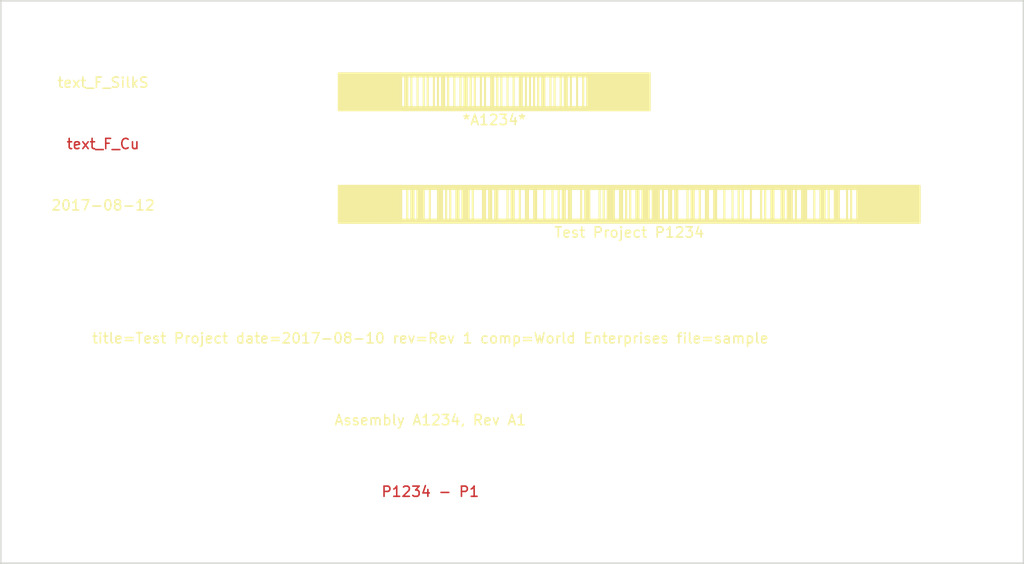
<source format=kicad_pcb>
(kicad_pcb (version 4) (host pcbnew 4.0.6)

  (general
    (links 0)
    (no_connects 0)
    (area 69.924999 79.924999 170.075001 135.075001)
    (thickness 1.6)
    (drawings 4)
    (tracks 0)
    (zones 0)
    (modules 8)
    (nets 1)
  )

  (page A4)
  (layers
    (0 F.Cu signal)
    (31 B.Cu signal)
    (32 B.Adhes user)
    (33 F.Adhes user)
    (34 B.Paste user)
    (35 F.Paste user)
    (36 B.SilkS user)
    (37 F.SilkS user)
    (38 B.Mask user)
    (39 F.Mask user)
    (40 Dwgs.User user)
    (41 Cmts.User user)
    (42 Eco1.User user)
    (43 Eco2.User user)
    (44 Edge.Cuts user)
    (45 Margin user)
    (46 B.CrtYd user)
    (47 F.CrtYd user)
    (48 B.Fab user)
    (49 F.Fab user)
  )

  (setup
    (last_trace_width 0.25)
    (trace_clearance 0.2)
    (zone_clearance 0.508)
    (zone_45_only no)
    (trace_min 0.2)
    (segment_width 0.2)
    (edge_width 0.15)
    (via_size 0.6)
    (via_drill 0.4)
    (via_min_size 0.4)
    (via_min_drill 0.3)
    (uvia_size 0.3)
    (uvia_drill 0.1)
    (uvias_allowed no)
    (uvia_min_size 0.2)
    (uvia_min_drill 0.1)
    (pcb_text_width 0.3)
    (pcb_text_size 1.5 1.5)
    (mod_edge_width 0.15)
    (mod_text_size 1 1)
    (mod_text_width 0.15)
    (pad_size 1.524 1.524)
    (pad_drill 0.762)
    (pad_to_mask_clearance 0.2)
    (aux_axis_origin 0 0)
    (visible_elements FFFFFFFF)
    (pcbplotparams
      (layerselection 0x00030_80000001)
      (usegerberextensions false)
      (excludeedgelayer true)
      (linewidth 0.150000)
      (plotframeref false)
      (viasonmask false)
      (mode 1)
      (useauxorigin false)
      (hpglpennumber 1)
      (hpglpenspeed 20)
      (hpglpendiameter 15)
      (hpglpenoverlay 2)
      (psnegative false)
      (psa4output false)
      (plotreference true)
      (plotvalue true)
      (plotinvisibletext false)
      (padsonsilk false)
      (subtractmaskfromsilk false)
      (outputformat 1)
      (mirror false)
      (drillshape 1)
      (scaleselection 1)
      (outputdirectory ""))
  )

  (net 0 "")

  (net_class Default "This is the default net class."
    (clearance 0.2)
    (trace_width 0.25)
    (via_dia 0.6)
    (via_drill 0.4)
    (uvia_dia 0.3)
    (uvia_drill 0.1)
  )

  (module autotext:text_F_SilkS (layer F.Cu) (tedit 598C8221) (tstamp 598F5778)
    (at 80 88)
    (path /598F5935)
    (fp_text reference M1 (at 0 -1.905) (layer F.SilkS) hide
      (effects (font (size 1 1) (thickness 0.15)))
    )
    (fp_text value text_F_SilkS (at 0 0) (layer F.SilkS)
      (effects (font (size 1 1) (thickness 0.15)))
    )
  )

  (module autotext:text_auto (layer F.Cu) (tedit 598B0D24) (tstamp 598F577C)
    (at 112 113)
    (path /598F5A25)
    (fp_text reference M2 (at 0 -3) (layer F.SilkS) hide
      (effects (font (size 1 1) (thickness 0.15)))
    )
    (fp_text value "title=%T date=%D rev=%R comp=%Y file=%F" (at 0 -1.27) (layer F.SilkS) hide
      (effects (font (size 1 1) (thickness 0.15)))
    )
    (fp_line (start 0 0.635) (end 0 -0.635) (layer F.Fab) (width 0.15))
    (fp_line (start -0.635 0) (end 0.635 0) (layer F.Fab) (width 0.15))
    (fp_text user "title=Test Project date=2017-08-10 rev=Rev 1 comp=World Enterprises file=sample" (at 0 0) (layer F.SilkS)
      (effects (font (size 1 1) (thickness 0.15)))
    )
  )

  (module autotext:auto_barcode39 (layer F.Cu) (tedit 598F4C7E) (tstamp 598F5780)
    (at 103 87)
    (path /598F5B01)
    (fp_text reference M3 (at 0 -3) (layer F.SilkS) hide
      (effects (font (size 1 1) (thickness 0.15)))
    )
    (fp_text value %AsyPN (at 0 -1) (layer F.SilkS) hide
      (effects (font (size 1 1) (thickness 0.15)))
    )
    (fp_line (start 0.5 0) (end 0 0) (layer F.Fab) (width 0.15))
    (fp_line (start 0 0) (end 0 0.5) (layer F.Fab) (width 0.15))
    (fp_line (start 6.55 0.4) (end 6.55 3.4) (layer F.SilkS) (width 0.2))
    (fp_line (start 6.649999 0.4) (end 6.649999 3.4) (layer F.SilkS) (width 0.2))
    (fp_line (start 6.75 0.4) (end 6.75 3.4) (layer F.SilkS) (width 0.2))
    (fp_line (start 7.15 0.4) (end 7.15 3.4) (layer F.SilkS) (width 0.2))
    (fp_line (start 7.75 0.4) (end 7.75 3.4) (layer F.SilkS) (width 0.2))
    (fp_line (start 8.35 0.4) (end 8.35 3.4) (layer F.SilkS) (width 0.2))
    (fp_line (start 8.75 0.4) (end 8.75 3.4) (layer F.SilkS) (width 0.2))
    (fp_line (start 9.35 0.4) (end 9.35 3.4) (layer F.SilkS) (width 0.2))
    (fp_line (start 9.749999 0.4) (end 9.749999 3.4) (layer F.SilkS) (width 0.2))
    (fp_line (start 10.149999 0.4) (end 10.149999 3.4) (layer F.SilkS) (width 0.2))
    (fp_line (start 10.249999 0.4) (end 10.249999 3.4) (layer F.SilkS) (width 0.2))
    (fp_line (start 10.349999 0.4) (end 10.349999 3.4) (layer F.SilkS) (width 0.2))
    (fp_line (start 10.749999 0.4) (end 10.749999 3.4) (layer F.SilkS) (width 0.2))
    (fp_line (start 11.349999 0.4) (end 11.349999 3.4) (layer F.SilkS) (width 0.2))
    (fp_line (start 11.949999 0.4) (end 11.949999 3.4) (layer F.SilkS) (width 0.2))
    (fp_line (start 12.349999 0.4) (end 12.349999 3.4) (layer F.SilkS) (width 0.2))
    (fp_line (start 12.449999 0.4) (end 12.449999 3.4) (layer F.SilkS) (width 0.2))
    (fp_line (start 12.549999 0.4) (end 12.549999 3.4) (layer F.SilkS) (width 0.2))
    (fp_line (start 12.949999 0.4) (end 12.949999 3.4) (layer F.SilkS) (width 0.2))
    (fp_line (start 13.349999 0.4) (end 13.349999 3.4) (layer F.SilkS) (width 0.2))
    (fp_line (start 13.949999 0.4) (end 13.949999 3.4) (layer F.SilkS) (width 0.2))
    (fp_line (start 14.349999 0.4) (end 14.349999 3.4) (layer F.SilkS) (width 0.2))
    (fp_line (start 14.949999 0.4) (end 14.949999 3.4) (layer F.SilkS) (width 0.2))
    (fp_line (start 15.049999 0.4) (end 15.049999 3.4) (layer F.SilkS) (width 0.2))
    (fp_line (start 15.149999 0.4) (end 15.149999 3.4) (layer F.SilkS) (width 0.2))
    (fp_line (start 15.549999 0.4) (end 15.549999 3.4) (layer F.SilkS) (width 0.2))
    (fp_line (start 15.949999 0.4) (end 15.949999 3.4) (layer F.SilkS) (width 0.2))
    (fp_line (start 16.549999 0.4) (end 16.549999 3.4) (layer F.SilkS) (width 0.2))
    (fp_line (start 17.149999 0.4) (end 17.149999 3.4) (layer F.SilkS) (width 0.2))
    (fp_line (start 17.749999 0.4) (end 17.749999 3.4) (layer F.SilkS) (width 0.2))
    (fp_line (start 17.849999 0.4) (end 17.849999 3.4) (layer F.SilkS) (width 0.2))
    (fp_line (start 17.949999 0.4) (end 17.949999 3.4) (layer F.SilkS) (width 0.2))
    (fp_line (start 18.349999 0.4) (end 18.349999 3.4) (layer F.SilkS) (width 0.2))
    (fp_line (start 18.749999 0.4) (end 18.749999 3.4) (layer F.SilkS) (width 0.2))
    (fp_line (start 19.149999 0.4) (end 19.149999 3.4) (layer F.SilkS) (width 0.2))
    (fp_line (start 19.549999 0.4) (end 19.549999 3.4) (layer F.SilkS) (width 0.2))
    (fp_line (start 19.949999 0.4) (end 19.949999 3.4) (layer F.SilkS) (width 0.2))
    (fp_line (start 20.049999 0.4) (end 20.049999 3.4) (layer F.SilkS) (width 0.2))
    (fp_line (start 20.149999 0.4) (end 20.149999 3.4) (layer F.SilkS) (width 0.2))
    (fp_line (start 20.749999 0.4) (end 20.749999 3.4) (layer F.SilkS) (width 0.2))
    (fp_line (start 21.149999 0.4) (end 21.149999 3.4) (layer F.SilkS) (width 0.2))
    (fp_line (start 21.749999 0.4) (end 21.749999 3.4) (layer F.SilkS) (width 0.2))
    (fp_line (start 22.149999 0.4) (end 22.149999 3.4) (layer F.SilkS) (width 0.2))
    (fp_line (start 22.249999 0.4) (end 22.249999 3.4) (layer F.SilkS) (width 0.2))
    (fp_line (start 22.349999 0.4) (end 22.349999 3.4) (layer F.SilkS) (width 0.2))
    (fp_line (start 22.749999 0.4) (end 22.749999 3.4) (layer F.SilkS) (width 0.2))
    (fp_line (start 23.349999 0.4) (end 23.349999 3.4) (layer F.SilkS) (width 0.2))
    (fp_line (start 23.949999 0.4) (end 23.949999 3.4) (layer F.SilkS) (width 0.2))
    (fp_line (start 6.149999 0.1) (end 6.149999 3.699999) (layer F.SilkS) (width 0.2))
    (fp_line (start 24.349999 0.1) (end 24.349999 3.699999) (layer F.SilkS) (width 0.2))
    (fp_line (start 6.05 0.1) (end 6.05 3.699999) (layer F.SilkS) (width 0.2))
    (fp_line (start 24.449999 0.1) (end 24.449999 3.699999) (layer F.SilkS) (width 0.2))
    (fp_line (start 5.949999 0.1) (end 5.949999 3.699999) (layer F.SilkS) (width 0.2))
    (fp_line (start 24.549999 0.1) (end 24.549999 3.699999) (layer F.SilkS) (width 0.2))
    (fp_line (start 5.85 0.1) (end 5.85 3.699999) (layer F.SilkS) (width 0.2))
    (fp_line (start 24.649999 0.1) (end 24.649999 3.699999) (layer F.SilkS) (width 0.2))
    (fp_line (start 5.75 0.1) (end 5.75 3.699999) (layer F.SilkS) (width 0.2))
    (fp_line (start 24.749999 0.1) (end 24.749999 3.699999) (layer F.SilkS) (width 0.2))
    (fp_line (start 5.649999 0.1) (end 5.649999 3.699999) (layer F.SilkS) (width 0.2))
    (fp_line (start 24.849999 0.1) (end 24.849999 3.699999) (layer F.SilkS) (width 0.2))
    (fp_line (start 5.55 0.1) (end 5.55 3.699999) (layer F.SilkS) (width 0.2))
    (fp_line (start 24.949999 0.1) (end 24.949999 3.699999) (layer F.SilkS) (width 0.2))
    (fp_line (start 5.449999 0.1) (end 5.449999 3.699999) (layer F.SilkS) (width 0.2))
    (fp_line (start 25.049999 0.1) (end 25.049999 3.699999) (layer F.SilkS) (width 0.2))
    (fp_line (start 5.35 0.1) (end 5.35 3.699999) (layer F.SilkS) (width 0.2))
    (fp_line (start 25.149999 0.1) (end 25.149999 3.699999) (layer F.SilkS) (width 0.2))
    (fp_line (start 5.25 0.1) (end 5.25 3.699999) (layer F.SilkS) (width 0.2))
    (fp_line (start 25.249999 0.1) (end 25.249999 3.699999) (layer F.SilkS) (width 0.2))
    (fp_line (start 5.149999 0.1) (end 5.149999 3.699999) (layer F.SilkS) (width 0.2))
    (fp_line (start 25.349999 0.1) (end 25.349999 3.699999) (layer F.SilkS) (width 0.2))
    (fp_line (start 5.05 0.1) (end 5.05 3.699999) (layer F.SilkS) (width 0.2))
    (fp_line (start 25.449999 0.1) (end 25.449999 3.699999) (layer F.SilkS) (width 0.2))
    (fp_line (start 4.949999 0.1) (end 4.949999 3.699999) (layer F.SilkS) (width 0.2))
    (fp_line (start 25.549999 0.1) (end 25.549999 3.699999) (layer F.SilkS) (width 0.2))
    (fp_line (start 4.85 0.1) (end 4.85 3.699999) (layer F.SilkS) (width 0.2))
    (fp_line (start 25.649999 0.1) (end 25.649999 3.699999) (layer F.SilkS) (width 0.2))
    (fp_line (start 4.75 0.1) (end 4.75 3.699999) (layer F.SilkS) (width 0.2))
    (fp_line (start 25.749999 0.1) (end 25.749999 3.699999) (layer F.SilkS) (width 0.2))
    (fp_line (start 4.649999 0.1) (end 4.649999 3.699999) (layer F.SilkS) (width 0.2))
    (fp_line (start 25.849999 0.1) (end 25.849999 3.699999) (layer F.SilkS) (width 0.2))
    (fp_line (start 4.549999 0.1) (end 4.549999 3.699999) (layer F.SilkS) (width 0.2))
    (fp_line (start 25.949999 0.1) (end 25.949999 3.699999) (layer F.SilkS) (width 0.2))
    (fp_line (start 4.449999 0.1) (end 4.449999 3.699999) (layer F.SilkS) (width 0.2))
    (fp_line (start 26.049999 0.1) (end 26.049999 3.699999) (layer F.SilkS) (width 0.2))
    (fp_line (start 4.35 0.1) (end 4.35 3.699999) (layer F.SilkS) (width 0.2))
    (fp_line (start 26.149999 0.1) (end 26.149999 3.699999) (layer F.SilkS) (width 0.2))
    (fp_line (start 4.249999 0.1) (end 4.249999 3.699999) (layer F.SilkS) (width 0.2))
    (fp_line (start 26.249999 0.1) (end 26.249999 3.699999) (layer F.SilkS) (width 0.2))
    (fp_line (start 4.149999 0.1) (end 4.149999 3.699999) (layer F.SilkS) (width 0.2))
    (fp_line (start 26.349999 0.1) (end 26.349999 3.699999) (layer F.SilkS) (width 0.2))
    (fp_line (start 4.049999 0.1) (end 4.049999 3.699999) (layer F.SilkS) (width 0.2))
    (fp_line (start 26.449999 0.1) (end 26.449999 3.699999) (layer F.SilkS) (width 0.2))
    (fp_line (start 3.949999 0.1) (end 3.949999 3.699999) (layer F.SilkS) (width 0.2))
    (fp_line (start 26.549999 0.1) (end 26.549999 3.699999) (layer F.SilkS) (width 0.2))
    (fp_line (start 3.849999 0.1) (end 3.849999 3.699999) (layer F.SilkS) (width 0.2))
    (fp_line (start 26.649999 0.1) (end 26.649999 3.699999) (layer F.SilkS) (width 0.2))
    (fp_line (start 3.749999 0.1) (end 3.749999 3.699999) (layer F.SilkS) (width 0.2))
    (fp_line (start 26.749999 0.1) (end 26.749999 3.699999) (layer F.SilkS) (width 0.2))
    (fp_line (start 3.649999 0.1) (end 3.649999 3.699999) (layer F.SilkS) (width 0.2))
    (fp_line (start 26.849999 0.1) (end 26.849999 3.699999) (layer F.SilkS) (width 0.2))
    (fp_line (start 3.549999 0.1) (end 3.549999 3.699999) (layer F.SilkS) (width 0.2))
    (fp_line (start 26.949999 0.1) (end 26.949999 3.699999) (layer F.SilkS) (width 0.2))
    (fp_line (start 3.449999 0.1) (end 3.449999 3.699999) (layer F.SilkS) (width 0.2))
    (fp_line (start 27.049999 0.1) (end 27.049999 3.699999) (layer F.SilkS) (width 0.2))
    (fp_line (start 3.349999 0.1) (end 3.349999 3.699999) (layer F.SilkS) (width 0.2))
    (fp_line (start 27.149999 0.1) (end 27.149999 3.699999) (layer F.SilkS) (width 0.2))
    (fp_line (start 3.249999 0.1) (end 3.249999 3.699999) (layer F.SilkS) (width 0.2))
    (fp_line (start 27.249999 0.1) (end 27.249999 3.699999) (layer F.SilkS) (width 0.2))
    (fp_line (start 3.149999 0.1) (end 3.149999 3.699999) (layer F.SilkS) (width 0.2))
    (fp_line (start 27.349999 0.1) (end 27.349999 3.699999) (layer F.SilkS) (width 0.2))
    (fp_line (start 3.049999 0.1) (end 3.049999 3.699999) (layer F.SilkS) (width 0.2))
    (fp_line (start 27.449999 0.1) (end 27.449999 3.699999) (layer F.SilkS) (width 0.2))
    (fp_line (start 2.949999 0.1) (end 2.949999 3.699999) (layer F.SilkS) (width 0.2))
    (fp_line (start 27.549999 0.1) (end 27.549999 3.699999) (layer F.SilkS) (width 0.2))
    (fp_line (start 2.849999 0.1) (end 2.849999 3.699999) (layer F.SilkS) (width 0.2))
    (fp_line (start 27.649999 0.1) (end 27.649999 3.699999) (layer F.SilkS) (width 0.2))
    (fp_line (start 2.749999 0.1) (end 2.749999 3.699999) (layer F.SilkS) (width 0.2))
    (fp_line (start 27.749999 0.1) (end 27.749999 3.699999) (layer F.SilkS) (width 0.2))
    (fp_line (start 2.649999 0.1) (end 2.649999 3.699999) (layer F.SilkS) (width 0.2))
    (fp_line (start 27.849999 0.1) (end 27.849999 3.699999) (layer F.SilkS) (width 0.2))
    (fp_line (start 2.549999 0.1) (end 2.549999 3.699999) (layer F.SilkS) (width 0.2))
    (fp_line (start 27.949999 0.1) (end 27.949999 3.699999) (layer F.SilkS) (width 0.2))
    (fp_line (start 2.449999 0.1) (end 2.449999 3.699999) (layer F.SilkS) (width 0.2))
    (fp_line (start 28.049999 0.1) (end 28.049999 3.699999) (layer F.SilkS) (width 0.2))
    (fp_line (start 2.349999 0.1) (end 2.349999 3.699999) (layer F.SilkS) (width 0.2))
    (fp_line (start 28.149999 0.1) (end 28.149999 3.699999) (layer F.SilkS) (width 0.2))
    (fp_line (start 2.249999 0.1) (end 2.249999 3.699999) (layer F.SilkS) (width 0.2))
    (fp_line (start 28.249999 0.1) (end 28.249999 3.699999) (layer F.SilkS) (width 0.2))
    (fp_line (start 2.149999 0.1) (end 2.149999 3.699999) (layer F.SilkS) (width 0.2))
    (fp_line (start 28.349999 0.1) (end 28.349999 3.699999) (layer F.SilkS) (width 0.2))
    (fp_line (start 2.049999 0.1) (end 2.049999 3.699999) (layer F.SilkS) (width 0.2))
    (fp_line (start 28.449999 0.1) (end 28.449999 3.699999) (layer F.SilkS) (width 0.2))
    (fp_line (start 1.949999 0.1) (end 1.949999 3.699999) (layer F.SilkS) (width 0.2))
    (fp_line (start 28.549999 0.1) (end 28.549999 3.699999) (layer F.SilkS) (width 0.2))
    (fp_line (start 1.849999 0.1) (end 1.849999 3.699999) (layer F.SilkS) (width 0.2))
    (fp_line (start 28.649999 0.1) (end 28.649999 3.699999) (layer F.SilkS) (width 0.2))
    (fp_line (start 1.749999 0.1) (end 1.749999 3.699999) (layer F.SilkS) (width 0.2))
    (fp_line (start 28.749999 0.1) (end 28.749999 3.699999) (layer F.SilkS) (width 0.2))
    (fp_line (start 1.649999 0.1) (end 1.649999 3.699999) (layer F.SilkS) (width 0.2))
    (fp_line (start 28.849999 0.1) (end 28.849999 3.699999) (layer F.SilkS) (width 0.2))
    (fp_line (start 1.549999 0.1) (end 1.549999 3.699999) (layer F.SilkS) (width 0.2))
    (fp_line (start 28.949999 0.1) (end 28.949999 3.699999) (layer F.SilkS) (width 0.2))
    (fp_line (start 1.45 0.1) (end 1.45 3.699999) (layer F.SilkS) (width 0.2))
    (fp_line (start 29.049999 0.1) (end 29.049999 3.699999) (layer F.SilkS) (width 0.2))
    (fp_line (start 1.35 0.1) (end 1.35 3.699999) (layer F.SilkS) (width 0.2))
    (fp_line (start 29.149999 0.1) (end 29.149999 3.699999) (layer F.SilkS) (width 0.2))
    (fp_line (start 1.25 0.1) (end 1.25 3.699999) (layer F.SilkS) (width 0.2))
    (fp_line (start 29.249999 0.1) (end 29.249999 3.699999) (layer F.SilkS) (width 0.2))
    (fp_line (start 1.15 0.1) (end 1.15 3.699999) (layer F.SilkS) (width 0.2))
    (fp_line (start 29.349999 0.1) (end 29.349999 3.699999) (layer F.SilkS) (width 0.2))
    (fp_line (start 1.05 0.1) (end 1.05 3.699999) (layer F.SilkS) (width 0.2))
    (fp_line (start 29.449999 0.1) (end 29.449999 3.699999) (layer F.SilkS) (width 0.2))
    (fp_line (start 0.95 0.1) (end 0.95 3.699999) (layer F.SilkS) (width 0.2))
    (fp_line (start 29.549999 0.1) (end 29.549999 3.699999) (layer F.SilkS) (width 0.2))
    (fp_line (start 0.85 0.1) (end 0.85 3.699999) (layer F.SilkS) (width 0.2))
    (fp_line (start 29.649999 0.1) (end 29.649999 3.699999) (layer F.SilkS) (width 0.2))
    (fp_line (start 0.75 0.1) (end 0.75 3.699999) (layer F.SilkS) (width 0.2))
    (fp_line (start 29.749999 0.1) (end 29.749999 3.699999) (layer F.SilkS) (width 0.2))
    (fp_line (start 0.65 0.1) (end 0.65 3.699999) (layer F.SilkS) (width 0.2))
    (fp_line (start 29.849999 0.1) (end 29.849999 3.699999) (layer F.SilkS) (width 0.2))
    (fp_line (start 0.55 0.1) (end 0.55 3.699999) (layer F.SilkS) (width 0.2))
    (fp_line (start 29.949999 0.1) (end 29.949999 3.699999) (layer F.SilkS) (width 0.2))
    (fp_line (start 0.45 0.1) (end 0.45 3.699999) (layer F.SilkS) (width 0.2))
    (fp_line (start 30.049999 0.1) (end 30.049999 3.699999) (layer F.SilkS) (width 0.2))
    (fp_line (start 0.35 0.1) (end 0.35 3.699999) (layer F.SilkS) (width 0.2))
    (fp_line (start 30.149999 0.1) (end 30.149999 3.699999) (layer F.SilkS) (width 0.2))
    (fp_line (start 0.25 0.1) (end 0.25 3.699999) (layer F.SilkS) (width 0.2))
    (fp_line (start 30.249999 0.1) (end 30.249999 3.699999) (layer F.SilkS) (width 0.2))
    (fp_line (start 0.15 0.1) (end 0.15 3.699999) (layer F.SilkS) (width 0.2))
    (fp_line (start 30.349999 0.1) (end 30.349999 3.699999) (layer F.SilkS) (width 0.2))
    (fp_line (start 0.05 0.1) (end 0.05 3.699999) (layer F.SilkS) (width 0.2))
    (fp_line (start 30.449999 0.1) (end 30.449999 3.699999) (layer F.SilkS) (width 0.2))
    (fp_line (start 0.1 0.4) (end 30.399999 0.4) (layer F.SilkS) (width 0.2))
    (fp_line (start 0.1 3.4) (end 30.399999 3.4) (layer F.SilkS) (width 0.2))
    (fp_line (start 0.1 0.3) (end 30.399999 0.3) (layer F.SilkS) (width 0.2))
    (fp_line (start 0.1 3.5) (end 30.399999 3.5) (layer F.SilkS) (width 0.2))
    (fp_line (start 0.1 0.2) (end 30.399999 0.2) (layer F.SilkS) (width 0.2))
    (fp_line (start 0.1 3.6) (end 30.399999 3.6) (layer F.SilkS) (width 0.2))
    (fp_line (start 0.1 0.099999) (end 30.399999 0.099999) (layer F.SilkS) (width 0.2))
    (fp_line (start 0.1 3.7) (end 30.399999 3.7) (layer F.SilkS) (width 0.2))
    (fp_text user *A1234* (at 15.249999 4.65) (layer F.SilkS)
      (effects (font (size 1 1) (thickness 0.15)))
    )
    (fp_line (start 0 0) (end 30.499999 0) (layer F.CrtYd) (width 0.05))
    (fp_line (start 30.499999 0) (end 30.499999 5.4) (layer F.CrtYd) (width 0.05))
    (fp_line (start 30.499999 5.4) (end 0 5.4) (layer F.CrtYd) (width 0.05))
    (fp_line (start 0 5.4) (end 0 0) (layer F.CrtYd) (width 0.05))
  )

  (module autotext:text_F_Cu (layer F.Cu) (tedit 598C81F3) (tstamp 598F5784)
    (at 80 94)
    (path /598F59A4)
    (fp_text reference M4 (at 0 -1.905) (layer F.SilkS) hide
      (effects (font (size 1 1) (thickness 0.15)))
    )
    (fp_text value text_F_Cu (at 0 0) (layer F.Cu)
      (effects (font (size 1 1) (thickness 0.15)))
    )
  )

  (module autotext:text_auto (layer F.Cu) (tedit 598B0D24) (tstamp 598F5788)
    (at 112 121)
    (path /598F5A8A)
    (fp_text reference M5 (at 0 -3) (layer F.SilkS) hide
      (effects (font (size 1 1) (thickness 0.15)))
    )
    (fp_text value "Assembly %AsyPN, Rev %AsyRev" (at 0 -1.27) (layer F.SilkS) hide
      (effects (font (size 1 1) (thickness 0.15)))
    )
    (fp_line (start 0 0.635) (end 0 -0.635) (layer F.Fab) (width 0.15))
    (fp_line (start -0.635 0) (end 0.635 0) (layer F.Fab) (width 0.15))
    (fp_text user "Assembly A1234, Rev A1" (at 0 0) (layer F.SilkS)
      (effects (font (size 1 1) (thickness 0.15)))
    )
  )

  (module autotext:auto_barcode128 (layer F.Cu) (tedit 598F4C8E) (tstamp 598F578C)
    (at 103 98)
    (path /598F5C37)
    (fp_text reference M6 (at 0 -3) (layer F.SilkS) hide
      (effects (font (size 1 1) (thickness 0.15)))
    )
    (fp_text value "%T %PCBPN" (at 0 -1) (layer F.SilkS) hide
      (effects (font (size 1 1) (thickness 0.15)))
    )
    (fp_line (start 0.5 0) (end 0 0) (layer F.Fab) (width 0.15))
    (fp_line (start 0 0) (end 0 0.5) (layer F.Fab) (width 0.15))
    (fp_line (start 6.75 0.4) (end 6.75 3.4) (layer F.SilkS) (width 0.2))
    (fp_line (start 7.15 0.4) (end 7.15 3.4) (layer F.SilkS) (width 0.2))
    (fp_line (start 7.25 0.4) (end 7.25 3.4) (layer F.SilkS) (width 0.2))
    (fp_line (start 7.35 0.4) (end 7.35 3.4) (layer F.SilkS) (width 0.2))
    (fp_line (start 7.75 0.4) (end 7.75 3.4) (layer F.SilkS) (width 0.2))
    (fp_line (start 7.85 0.4) (end 7.85 3.4) (layer F.SilkS) (width 0.2))
    (fp_line (start 7.95 0.4) (end 7.95 3.4) (layer F.SilkS) (width 0.2))
    (fp_line (start 8.05 0.4) (end 8.05 3.4) (layer F.SilkS) (width 0.2))
    (fp_line (start 8.15 0.4) (end 8.15 3.4) (layer F.SilkS) (width 0.2))
    (fp_line (start 8.25 0.4) (end 8.25 3.4) (layer F.SilkS) (width 0.2))
    (fp_line (start 8.35 0.4) (end 8.35 3.4) (layer F.SilkS) (width 0.2))
    (fp_line (start 8.95 0.4) (end 8.95 3.4) (layer F.SilkS) (width 0.2))
    (fp_line (start 9.749999 0.4) (end 9.749999 3.4) (layer F.SilkS) (width 0.2))
    (fp_line (start 9.849999 0.4) (end 9.849999 3.4) (layer F.SilkS) (width 0.2))
    (fp_line (start 9.949999 0.4) (end 9.949999 3.4) (layer F.SilkS) (width 0.2))
    (fp_line (start 10.049999 0.4) (end 10.049999 3.4) (layer F.SilkS) (width 0.2))
    (fp_line (start 10.149999 0.4) (end 10.149999 3.4) (layer F.SilkS) (width 0.2))
    (fp_line (start 10.549999 0.4) (end 10.549999 3.4) (layer F.SilkS) (width 0.2))
    (fp_line (start 10.949999 0.4) (end 10.949999 3.4) (layer F.SilkS) (width 0.2))
    (fp_line (start 11.549999 0.4) (end 11.549999 3.4) (layer F.SilkS) (width 0.2))
    (fp_line (start 11.649999 0.4) (end 11.649999 3.4) (layer F.SilkS) (width 0.2))
    (fp_line (start 11.749999 0.4) (end 11.749999 3.4) (layer F.SilkS) (width 0.2))
    (fp_line (start 12.149999 0.4) (end 12.149999 3.4) (layer F.SilkS) (width 0.2))
    (fp_line (start 12.249999 0.4) (end 12.249999 3.4) (layer F.SilkS) (width 0.2))
    (fp_line (start 12.349999 0.4) (end 12.349999 3.4) (layer F.SilkS) (width 0.2))
    (fp_line (start 12.449999 0.4) (end 12.449999 3.4) (layer F.SilkS) (width 0.2))
    (fp_line (start 12.549999 0.4) (end 12.549999 3.4) (layer F.SilkS) (width 0.2))
    (fp_line (start 12.649999 0.4) (end 12.649999 3.4) (layer F.SilkS) (width 0.2))
    (fp_line (start 12.749999 0.4) (end 12.749999 3.4) (layer F.SilkS) (width 0.2))
    (fp_line (start 13.149999 0.4) (end 13.149999 3.4) (layer F.SilkS) (width 0.2))
    (fp_line (start 14.149999 0.4) (end 14.149999 3.4) (layer F.SilkS) (width 0.2))
    (fp_line (start 14.249999 0.4) (end 14.249999 3.4) (layer F.SilkS) (width 0.2))
    (fp_line (start 14.349999 0.4) (end 14.349999 3.4) (layer F.SilkS) (width 0.2))
    (fp_line (start 14.749999 0.4) (end 14.749999 3.4) (layer F.SilkS) (width 0.2))
    (fp_line (start 14.849999 0.4) (end 14.849999 3.4) (layer F.SilkS) (width 0.2))
    (fp_line (start 14.949999 0.4) (end 14.949999 3.4) (layer F.SilkS) (width 0.2))
    (fp_line (start 15.349999 0.4) (end 15.349999 3.4) (layer F.SilkS) (width 0.2))
    (fp_line (start 15.449999 0.4) (end 15.449999 3.4) (layer F.SilkS) (width 0.2))
    (fp_line (start 15.549999 0.4) (end 15.549999 3.4) (layer F.SilkS) (width 0.2))
    (fp_line (start 16.549999 0.4) (end 16.549999 3.4) (layer F.SilkS) (width 0.2))
    (fp_line (start 16.949999 0.4) (end 16.949999 3.4) (layer F.SilkS) (width 0.2))
    (fp_line (start 17.049999 0.4) (end 17.049999 3.4) (layer F.SilkS) (width 0.2))
    (fp_line (start 17.149999 0.4) (end 17.149999 3.4) (layer F.SilkS) (width 0.2))
    (fp_line (start 17.749999 0.4) (end 17.749999 3.4) (layer F.SilkS) (width 0.2))
    (fp_line (start 18.349999 0.4) (end 18.349999 3.4) (layer F.SilkS) (width 0.2))
    (fp_line (start 18.449999 0.4) (end 18.449999 3.4) (layer F.SilkS) (width 0.2))
    (fp_line (start 18.549999 0.4) (end 18.549999 3.4) (layer F.SilkS) (width 0.2))
    (fp_line (start 19.149999 0.4) (end 19.149999 3.4) (layer F.SilkS) (width 0.2))
    (fp_line (start 19.249999 0.4) (end 19.249999 3.4) (layer F.SilkS) (width 0.2))
    (fp_line (start 19.349999 0.4) (end 19.349999 3.4) (layer F.SilkS) (width 0.2))
    (fp_line (start 20.149999 0.4) (end 20.149999 3.4) (layer F.SilkS) (width 0.2))
    (fp_line (start 20.949999 0.4) (end 20.949999 3.4) (layer F.SilkS) (width 0.2))
    (fp_line (start 21.549999 0.4) (end 21.549999 3.4) (layer F.SilkS) (width 0.2))
    (fp_line (start 21.949999 0.4) (end 21.949999 3.4) (layer F.SilkS) (width 0.2))
    (fp_line (start 22.049999 0.4) (end 22.049999 3.4) (layer F.SilkS) (width 0.2))
    (fp_line (start 22.149999 0.4) (end 22.149999 3.4) (layer F.SilkS) (width 0.2))
    (fp_line (start 22.549999 0.4) (end 22.549999 3.4) (layer F.SilkS) (width 0.2))
    (fp_line (start 22.649999 0.4) (end 22.649999 3.4) (layer F.SilkS) (width 0.2))
    (fp_line (start 22.749999 0.4) (end 22.749999 3.4) (layer F.SilkS) (width 0.2))
    (fp_line (start 23.749999 0.4) (end 23.749999 3.4) (layer F.SilkS) (width 0.2))
    (fp_line (start 24.149999 0.4) (end 24.149999 3.4) (layer F.SilkS) (width 0.2))
    (fp_line (start 24.249999 0.4) (end 24.249999 3.4) (layer F.SilkS) (width 0.2))
    (fp_line (start 24.349999 0.4) (end 24.349999 3.4) (layer F.SilkS) (width 0.2))
    (fp_line (start 24.449999 0.4) (end 24.449999 3.4) (layer F.SilkS) (width 0.2))
    (fp_line (start 24.549999 0.4) (end 24.549999 3.4) (layer F.SilkS) (width 0.2))
    (fp_line (start 25.549999 0.4) (end 25.549999 3.4) (layer F.SilkS) (width 0.2))
    (fp_line (start 25.949999 0.4) (end 25.949999 3.4) (layer F.SilkS) (width 0.2))
    (fp_line (start 26.349999 0.4) (end 26.349999 3.4) (layer F.SilkS) (width 0.2))
    (fp_line (start 26.449999 0.4) (end 26.449999 3.4) (layer F.SilkS) (width 0.2))
    (fp_line (start 26.549999 0.4) (end 26.549999 3.4) (layer F.SilkS) (width 0.2))
    (fp_line (start 26.649999 0.4) (end 26.649999 3.4) (layer F.SilkS) (width 0.2))
    (fp_line (start 26.749999 0.4) (end 26.749999 3.4) (layer F.SilkS) (width 0.2))
    (fp_line (start 26.849999 0.4) (end 26.849999 3.4) (layer F.SilkS) (width 0.2))
    (fp_line (start 26.949999 0.4) (end 26.949999 3.4) (layer F.SilkS) (width 0.2))
    (fp_line (start 27.549999 0.4) (end 27.549999 3.4) (layer F.SilkS) (width 0.2))
    (fp_line (start 27.649999 0.4) (end 27.649999 3.4) (layer F.SilkS) (width 0.2))
    (fp_line (start 27.749999 0.4) (end 27.749999 3.4) (layer F.SilkS) (width 0.2))
    (fp_line (start 28.149999 0.4) (end 28.149999 3.4) (layer F.SilkS) (width 0.2))
    (fp_line (start 28.549999 0.4) (end 28.549999 3.4) (layer F.SilkS) (width 0.2))
    (fp_line (start 29.149999 0.4) (end 29.149999 3.4) (layer F.SilkS) (width 0.2))
    (fp_line (start 29.249999 0.4) (end 29.249999 3.4) (layer F.SilkS) (width 0.2))
    (fp_line (start 29.349999 0.4) (end 29.349999 3.4) (layer F.SilkS) (width 0.2))
    (fp_line (start 29.749999 0.4) (end 29.749999 3.4) (layer F.SilkS) (width 0.2))
    (fp_line (start 29.849999 0.4) (end 29.849999 3.4) (layer F.SilkS) (width 0.2))
    (fp_line (start 29.949999 0.4) (end 29.949999 3.4) (layer F.SilkS) (width 0.2))
    (fp_line (start 30.049999 0.4) (end 30.049999 3.4) (layer F.SilkS) (width 0.2))
    (fp_line (start 30.149999 0.4) (end 30.149999 3.4) (layer F.SilkS) (width 0.2))
    (fp_line (start 30.249999 0.4) (end 30.249999 3.4) (layer F.SilkS) (width 0.2))
    (fp_line (start 30.349999 0.4) (end 30.349999 3.4) (layer F.SilkS) (width 0.2))
    (fp_line (start 30.749999 0.4) (end 30.749999 3.4) (layer F.SilkS) (width 0.2))
    (fp_line (start 30.849999 0.4) (end 30.849999 3.4) (layer F.SilkS) (width 0.2))
    (fp_line (start 30.949999 0.4) (end 30.949999 3.4) (layer F.SilkS) (width 0.2))
    (fp_line (start 31.049999 0.4) (end 31.049999 3.4) (layer F.SilkS) (width 0.2))
    (fp_line (start 31.149999 0.4) (end 31.149999 3.4) (layer F.SilkS) (width 0.2))
    (fp_line (start 31.249999 0.4) (end 31.249999 3.4) (layer F.SilkS) (width 0.2))
    (fp_line (start 31.349999 0.4) (end 31.349999 3.4) (layer F.SilkS) (width 0.2))
    (fp_line (start 31.749999 0.4) (end 31.749999 3.4) (layer F.SilkS) (width 0.2))
    (fp_line (start 32.349999 0.4) (end 32.349999 3.4) (layer F.SilkS) (width 0.2))
    (fp_line (start 32.449999 0.4) (end 32.449999 3.4) (layer F.SilkS) (width 0.2))
    (fp_line (start 32.549999 0.4) (end 32.549999 3.4) (layer F.SilkS) (width 0.2))
    (fp_line (start 32.949999 0.4) (end 32.949999 3.4) (layer F.SilkS) (width 0.2))
    (fp_line (start 33.049999 0.4) (end 33.049999 3.4) (layer F.SilkS) (width 0.2))
    (fp_line (start 33.149999 0.4) (end 33.149999 3.4) (layer F.SilkS) (width 0.2))
    (fp_line (start 34.149999 0.4) (end 34.149999 3.4) (layer F.SilkS) (width 0.2))
    (fp_line (start 34.549999 0.4) (end 34.549999 3.4) (layer F.SilkS) (width 0.2))
    (fp_line (start 34.649999 0.4) (end 34.649999 3.4) (layer F.SilkS) (width 0.2))
    (fp_line (start 34.749999 0.4) (end 34.749999 3.4) (layer F.SilkS) (width 0.2))
    (fp_line (start 35.349999 0.4) (end 35.349999 3.4) (layer F.SilkS) (width 0.2))
    (fp_line (start 35.949999 0.4) (end 35.949999 3.4) (layer F.SilkS) (width 0.2))
    (fp_line (start 36.049999 0.4) (end 36.049999 3.4) (layer F.SilkS) (width 0.2))
    (fp_line (start 36.149999 0.4) (end 36.149999 3.4) (layer F.SilkS) (width 0.2))
    (fp_line (start 36.749999 0.4) (end 36.749999 3.4) (layer F.SilkS) (width 0.2))
    (fp_line (start 36.849999 0.4) (end 36.849999 3.4) (layer F.SilkS) (width 0.2))
    (fp_line (start 36.949999 0.4) (end 36.949999 3.4) (layer F.SilkS) (width 0.2))
    (fp_line (start 37.749999 0.4) (end 37.749999 3.4) (layer F.SilkS) (width 0.2))
    (fp_line (start 38.549999 0.4) (end 38.549999 3.4) (layer F.SilkS) (width 0.2))
    (fp_line (start 39.149999 0.4) (end 39.149999 3.4) (layer F.SilkS) (width 0.2))
    (fp_line (start 39.549999 0.4) (end 39.549999 3.4) (layer F.SilkS) (width 0.2))
    (fp_line (start 40.349999 0.4) (end 40.349999 3.4) (layer F.SilkS) (width 0.2))
    (fp_line (start 41.349999 0.4) (end 41.349999 3.4) (layer F.SilkS) (width 0.2))
    (fp_line (start 41.75 0.4) (end 41.75 3.4) (layer F.SilkS) (width 0.2))
    (fp_line (start 42.35 0.4) (end 42.35 3.4) (layer F.SilkS) (width 0.2))
    (fp_line (start 42.45 0.4) (end 42.45 3.4) (layer F.SilkS) (width 0.2))
    (fp_line (start 42.55 0.4) (end 42.55 3.4) (layer F.SilkS) (width 0.2))
    (fp_line (start 43.35 0.4) (end 43.35 3.4) (layer F.SilkS) (width 0.2))
    (fp_line (start 43.45 0.4) (end 43.45 3.4) (layer F.SilkS) (width 0.2))
    (fp_line (start 43.55 0.4) (end 43.55 3.4) (layer F.SilkS) (width 0.2))
    (fp_line (start 43.95 0.4) (end 43.95 3.4) (layer F.SilkS) (width 0.2))
    (fp_line (start 44.05 0.4) (end 44.05 3.4) (layer F.SilkS) (width 0.2))
    (fp_line (start 44.15 0.4) (end 44.15 3.4) (layer F.SilkS) (width 0.2))
    (fp_line (start 44.25 0.4) (end 44.25 3.4) (layer F.SilkS) (width 0.2))
    (fp_line (start 44.35 0.4) (end 44.35 3.4) (layer F.SilkS) (width 0.2))
    (fp_line (start 44.75 0.4) (end 44.75 3.4) (layer F.SilkS) (width 0.2))
    (fp_line (start 45.35 0.4) (end 45.35 3.4) (layer F.SilkS) (width 0.2))
    (fp_line (start 45.45 0.4) (end 45.45 3.4) (layer F.SilkS) (width 0.2))
    (fp_line (start 45.55 0.4) (end 45.55 3.4) (layer F.SilkS) (width 0.2))
    (fp_line (start 45.65 0.4) (end 45.65 3.4) (layer F.SilkS) (width 0.2))
    (fp_line (start 45.75 0.4) (end 45.75 3.4) (layer F.SilkS) (width 0.2))
    (fp_line (start 46.55 0.4) (end 46.55 3.4) (layer F.SilkS) (width 0.2))
    (fp_line (start 47.15 0.4) (end 47.15 3.4) (layer F.SilkS) (width 0.2))
    (fp_line (start 47.25 0.4) (end 47.25 3.4) (layer F.SilkS) (width 0.2))
    (fp_line (start 47.35 0.4) (end 47.35 3.4) (layer F.SilkS) (width 0.2))
    (fp_line (start 47.45 0.4) (end 47.45 3.4) (layer F.SilkS) (width 0.2))
    (fp_line (start 47.55 0.4) (end 47.55 3.4) (layer F.SilkS) (width 0.2))
    (fp_line (start 47.95 0.4) (end 47.95 3.4) (layer F.SilkS) (width 0.2))
    (fp_line (start 48.55 0.4) (end 48.55 3.4) (layer F.SilkS) (width 0.2))
    (fp_line (start 48.65 0.4) (end 48.65 3.4) (layer F.SilkS) (width 0.2))
    (fp_line (start 48.75 0.4) (end 48.75 3.4) (layer F.SilkS) (width 0.2))
    (fp_line (start 48.85 0.4) (end 48.85 3.4) (layer F.SilkS) (width 0.2))
    (fp_line (start 48.95 0.4) (end 48.95 3.4) (layer F.SilkS) (width 0.2))
    (fp_line (start 49.75 0.4) (end 49.75 3.4) (layer F.SilkS) (width 0.2))
    (fp_line (start 50.15 0.4) (end 50.15 3.4) (layer F.SilkS) (width 0.2))
    (fp_line (start 6.149999 0.1) (end 6.149999 3.699999) (layer F.SilkS) (width 0.2))
    (fp_line (start 50.75 0.1) (end 50.75 3.699999) (layer F.SilkS) (width 0.2))
    (fp_line (start 6.05 0.1) (end 6.05 3.699999) (layer F.SilkS) (width 0.2))
    (fp_line (start 50.85 0.1) (end 50.85 3.699999) (layer F.SilkS) (width 0.2))
    (fp_line (start 5.949999 0.1) (end 5.949999 3.699999) (layer F.SilkS) (width 0.2))
    (fp_line (start 50.95 0.1) (end 50.95 3.699999) (layer F.SilkS) (width 0.2))
    (fp_line (start 5.85 0.1) (end 5.85 3.699999) (layer F.SilkS) (width 0.2))
    (fp_line (start 51.05 0.1) (end 51.05 3.699999) (layer F.SilkS) (width 0.2))
    (fp_line (start 5.75 0.1) (end 5.75 3.699999) (layer F.SilkS) (width 0.2))
    (fp_line (start 51.15 0.1) (end 51.15 3.699999) (layer F.SilkS) (width 0.2))
    (fp_line (start 5.649999 0.1) (end 5.649999 3.699999) (layer F.SilkS) (width 0.2))
    (fp_line (start 51.25 0.1) (end 51.25 3.699999) (layer F.SilkS) (width 0.2))
    (fp_line (start 5.55 0.1) (end 5.55 3.699999) (layer F.SilkS) (width 0.2))
    (fp_line (start 51.35 0.1) (end 51.35 3.699999) (layer F.SilkS) (width 0.2))
    (fp_line (start 5.449999 0.1) (end 5.449999 3.699999) (layer F.SilkS) (width 0.2))
    (fp_line (start 51.45 0.1) (end 51.45 3.699999) (layer F.SilkS) (width 0.2))
    (fp_line (start 5.35 0.1) (end 5.35 3.699999) (layer F.SilkS) (width 0.2))
    (fp_line (start 51.55 0.1) (end 51.55 3.699999) (layer F.SilkS) (width 0.2))
    (fp_line (start 5.25 0.1) (end 5.25 3.699999) (layer F.SilkS) (width 0.2))
    (fp_line (start 51.65 0.1) (end 51.65 3.699999) (layer F.SilkS) (width 0.2))
    (fp_line (start 5.149999 0.1) (end 5.149999 3.699999) (layer F.SilkS) (width 0.2))
    (fp_line (start 51.75 0.1) (end 51.75 3.699999) (layer F.SilkS) (width 0.2))
    (fp_line (start 5.05 0.1) (end 5.05 3.699999) (layer F.SilkS) (width 0.2))
    (fp_line (start 51.85 0.1) (end 51.85 3.699999) (layer F.SilkS) (width 0.2))
    (fp_line (start 4.949999 0.1) (end 4.949999 3.699999) (layer F.SilkS) (width 0.2))
    (fp_line (start 51.95 0.1) (end 51.95 3.699999) (layer F.SilkS) (width 0.2))
    (fp_line (start 4.85 0.1) (end 4.85 3.699999) (layer F.SilkS) (width 0.2))
    (fp_line (start 52.05 0.1) (end 52.05 3.699999) (layer F.SilkS) (width 0.2))
    (fp_line (start 4.75 0.1) (end 4.75 3.699999) (layer F.SilkS) (width 0.2))
    (fp_line (start 52.15 0.1) (end 52.15 3.699999) (layer F.SilkS) (width 0.2))
    (fp_line (start 4.649999 0.1) (end 4.649999 3.699999) (layer F.SilkS) (width 0.2))
    (fp_line (start 52.25 0.1) (end 52.25 3.699999) (layer F.SilkS) (width 0.2))
    (fp_line (start 4.549999 0.1) (end 4.549999 3.699999) (layer F.SilkS) (width 0.2))
    (fp_line (start 52.35 0.1) (end 52.35 3.699999) (layer F.SilkS) (width 0.2))
    (fp_line (start 4.449999 0.1) (end 4.449999 3.699999) (layer F.SilkS) (width 0.2))
    (fp_line (start 52.45 0.1) (end 52.45 3.699999) (layer F.SilkS) (width 0.2))
    (fp_line (start 4.35 0.1) (end 4.35 3.699999) (layer F.SilkS) (width 0.2))
    (fp_line (start 52.55 0.1) (end 52.55 3.699999) (layer F.SilkS) (width 0.2))
    (fp_line (start 4.249999 0.1) (end 4.249999 3.699999) (layer F.SilkS) (width 0.2))
    (fp_line (start 52.65 0.1) (end 52.65 3.699999) (layer F.SilkS) (width 0.2))
    (fp_line (start 4.149999 0.1) (end 4.149999 3.699999) (layer F.SilkS) (width 0.2))
    (fp_line (start 52.75 0.1) (end 52.75 3.699999) (layer F.SilkS) (width 0.2))
    (fp_line (start 4.049999 0.1) (end 4.049999 3.699999) (layer F.SilkS) (width 0.2))
    (fp_line (start 52.85 0.1) (end 52.85 3.699999) (layer F.SilkS) (width 0.2))
    (fp_line (start 3.949999 0.1) (end 3.949999 3.699999) (layer F.SilkS) (width 0.2))
    (fp_line (start 52.95 0.1) (end 52.95 3.699999) (layer F.SilkS) (width 0.2))
    (fp_line (start 3.849999 0.1) (end 3.849999 3.699999) (layer F.SilkS) (width 0.2))
    (fp_line (start 53.05 0.1) (end 53.05 3.699999) (layer F.SilkS) (width 0.2))
    (fp_line (start 3.749999 0.1) (end 3.749999 3.699999) (layer F.SilkS) (width 0.2))
    (fp_line (start 53.15 0.1) (end 53.15 3.699999) (layer F.SilkS) (width 0.2))
    (fp_line (start 3.649999 0.1) (end 3.649999 3.699999) (layer F.SilkS) (width 0.2))
    (fp_line (start 53.25 0.1) (end 53.25 3.699999) (layer F.SilkS) (width 0.2))
    (fp_line (start 3.549999 0.1) (end 3.549999 3.699999) (layer F.SilkS) (width 0.2))
    (fp_line (start 53.35 0.1) (end 53.35 3.699999) (layer F.SilkS) (width 0.2))
    (fp_line (start 3.449999 0.1) (end 3.449999 3.699999) (layer F.SilkS) (width 0.2))
    (fp_line (start 53.45 0.1) (end 53.45 3.699999) (layer F.SilkS) (width 0.2))
    (fp_line (start 3.349999 0.1) (end 3.349999 3.699999) (layer F.SilkS) (width 0.2))
    (fp_line (start 53.55 0.1) (end 53.55 3.699999) (layer F.SilkS) (width 0.2))
    (fp_line (start 3.249999 0.1) (end 3.249999 3.699999) (layer F.SilkS) (width 0.2))
    (fp_line (start 53.65 0.1) (end 53.65 3.699999) (layer F.SilkS) (width 0.2))
    (fp_line (start 3.149999 0.1) (end 3.149999 3.699999) (layer F.SilkS) (width 0.2))
    (fp_line (start 53.75 0.1) (end 53.75 3.699999) (layer F.SilkS) (width 0.2))
    (fp_line (start 3.049999 0.1) (end 3.049999 3.699999) (layer F.SilkS) (width 0.2))
    (fp_line (start 53.85 0.1) (end 53.85 3.699999) (layer F.SilkS) (width 0.2))
    (fp_line (start 2.949999 0.1) (end 2.949999 3.699999) (layer F.SilkS) (width 0.2))
    (fp_line (start 53.95 0.1) (end 53.95 3.699999) (layer F.SilkS) (width 0.2))
    (fp_line (start 2.849999 0.1) (end 2.849999 3.699999) (layer F.SilkS) (width 0.2))
    (fp_line (start 54.05 0.1) (end 54.05 3.699999) (layer F.SilkS) (width 0.2))
    (fp_line (start 2.749999 0.1) (end 2.749999 3.699999) (layer F.SilkS) (width 0.2))
    (fp_line (start 54.15 0.1) (end 54.15 3.699999) (layer F.SilkS) (width 0.2))
    (fp_line (start 2.649999 0.1) (end 2.649999 3.699999) (layer F.SilkS) (width 0.2))
    (fp_line (start 54.25 0.1) (end 54.25 3.699999) (layer F.SilkS) (width 0.2))
    (fp_line (start 2.549999 0.1) (end 2.549999 3.699999) (layer F.SilkS) (width 0.2))
    (fp_line (start 54.35 0.1) (end 54.35 3.699999) (layer F.SilkS) (width 0.2))
    (fp_line (start 2.449999 0.1) (end 2.449999 3.699999) (layer F.SilkS) (width 0.2))
    (fp_line (start 54.45 0.1) (end 54.45 3.699999) (layer F.SilkS) (width 0.2))
    (fp_line (start 2.349999 0.1) (end 2.349999 3.699999) (layer F.SilkS) (width 0.2))
    (fp_line (start 54.55 0.1) (end 54.55 3.699999) (layer F.SilkS) (width 0.2))
    (fp_line (start 2.249999 0.1) (end 2.249999 3.699999) (layer F.SilkS) (width 0.2))
    (fp_line (start 54.65 0.1) (end 54.65 3.699999) (layer F.SilkS) (width 0.2))
    (fp_line (start 2.149999 0.1) (end 2.149999 3.699999) (layer F.SilkS) (width 0.2))
    (fp_line (start 54.75 0.1) (end 54.75 3.699999) (layer F.SilkS) (width 0.2))
    (fp_line (start 2.049999 0.1) (end 2.049999 3.699999) (layer F.SilkS) (width 0.2))
    (fp_line (start 54.85 0.1) (end 54.85 3.699999) (layer F.SilkS) (width 0.2))
    (fp_line (start 1.949999 0.1) (end 1.949999 3.699999) (layer F.SilkS) (width 0.2))
    (fp_line (start 54.95 0.1) (end 54.95 3.699999) (layer F.SilkS) (width 0.2))
    (fp_line (start 1.849999 0.1) (end 1.849999 3.699999) (layer F.SilkS) (width 0.2))
    (fp_line (start 55.05 0.1) (end 55.05 3.699999) (layer F.SilkS) (width 0.2))
    (fp_line (start 1.749999 0.1) (end 1.749999 3.699999) (layer F.SilkS) (width 0.2))
    (fp_line (start 55.15 0.1) (end 55.15 3.699999) (layer F.SilkS) (width 0.2))
    (fp_line (start 1.649999 0.1) (end 1.649999 3.699999) (layer F.SilkS) (width 0.2))
    (fp_line (start 55.25 0.1) (end 55.25 3.699999) (layer F.SilkS) (width 0.2))
    (fp_line (start 1.549999 0.1) (end 1.549999 3.699999) (layer F.SilkS) (width 0.2))
    (fp_line (start 55.35 0.1) (end 55.35 3.699999) (layer F.SilkS) (width 0.2))
    (fp_line (start 1.45 0.1) (end 1.45 3.699999) (layer F.SilkS) (width 0.2))
    (fp_line (start 55.45 0.1) (end 55.45 3.699999) (layer F.SilkS) (width 0.2))
    (fp_line (start 1.35 0.1) (end 1.35 3.699999) (layer F.SilkS) (width 0.2))
    (fp_line (start 55.55 0.1) (end 55.55 3.699999) (layer F.SilkS) (width 0.2))
    (fp_line (start 1.25 0.1) (end 1.25 3.699999) (layer F.SilkS) (width 0.2))
    (fp_line (start 55.65 0.1) (end 55.65 3.699999) (layer F.SilkS) (width 0.2))
    (fp_line (start 1.15 0.1) (end 1.15 3.699999) (layer F.SilkS) (width 0.2))
    (fp_line (start 55.75 0.1) (end 55.75 3.699999) (layer F.SilkS) (width 0.2))
    (fp_line (start 1.05 0.1) (end 1.05 3.699999) (layer F.SilkS) (width 0.2))
    (fp_line (start 55.85 0.1) (end 55.85 3.699999) (layer F.SilkS) (width 0.2))
    (fp_line (start 0.95 0.1) (end 0.95 3.699999) (layer F.SilkS) (width 0.2))
    (fp_line (start 55.95 0.1) (end 55.95 3.699999) (layer F.SilkS) (width 0.2))
    (fp_line (start 0.85 0.1) (end 0.85 3.699999) (layer F.SilkS) (width 0.2))
    (fp_line (start 56.05 0.1) (end 56.05 3.699999) (layer F.SilkS) (width 0.2))
    (fp_line (start 0.75 0.1) (end 0.75 3.699999) (layer F.SilkS) (width 0.2))
    (fp_line (start 56.15 0.1) (end 56.15 3.699999) (layer F.SilkS) (width 0.2))
    (fp_line (start 0.65 0.1) (end 0.65 3.699999) (layer F.SilkS) (width 0.2))
    (fp_line (start 56.25 0.1) (end 56.25 3.699999) (layer F.SilkS) (width 0.2))
    (fp_line (start 0.55 0.1) (end 0.55 3.699999) (layer F.SilkS) (width 0.2))
    (fp_line (start 56.35 0.1) (end 56.35 3.699999) (layer F.SilkS) (width 0.2))
    (fp_line (start 0.45 0.1) (end 0.45 3.699999) (layer F.SilkS) (width 0.2))
    (fp_line (start 56.45 0.1) (end 56.45 3.699999) (layer F.SilkS) (width 0.2))
    (fp_line (start 0.35 0.1) (end 0.35 3.699999) (layer F.SilkS) (width 0.2))
    (fp_line (start 56.55 0.1) (end 56.55 3.699999) (layer F.SilkS) (width 0.2))
    (fp_line (start 0.25 0.1) (end 0.25 3.699999) (layer F.SilkS) (width 0.2))
    (fp_line (start 56.65 0.1) (end 56.65 3.699999) (layer F.SilkS) (width 0.2))
    (fp_line (start 0.15 0.1) (end 0.15 3.699999) (layer F.SilkS) (width 0.2))
    (fp_line (start 56.75 0.1) (end 56.75 3.699999) (layer F.SilkS) (width 0.2))
    (fp_line (start 0.05 0.1) (end 0.05 3.699999) (layer F.SilkS) (width 0.2))
    (fp_line (start 56.85 0.1) (end 56.85 3.699999) (layer F.SilkS) (width 0.2))
    (fp_line (start 0.1 0.4) (end 56.8 0.4) (layer F.SilkS) (width 0.2))
    (fp_line (start 0.1 3.4) (end 56.8 3.4) (layer F.SilkS) (width 0.2))
    (fp_line (start 0.1 0.3) (end 56.8 0.3) (layer F.SilkS) (width 0.2))
    (fp_line (start 0.1 3.5) (end 56.8 3.5) (layer F.SilkS) (width 0.2))
    (fp_line (start 0.1 0.2) (end 56.8 0.2) (layer F.SilkS) (width 0.2))
    (fp_line (start 0.1 3.6) (end 56.8 3.6) (layer F.SilkS) (width 0.2))
    (fp_line (start 0.1 0.099999) (end 56.8 0.099999) (layer F.SilkS) (width 0.2))
    (fp_line (start 0.1 3.7) (end 56.8 3.7) (layer F.SilkS) (width 0.2))
    (fp_text user "Test Project P1234" (at 28.45 4.65) (layer F.SilkS)
      (effects (font (size 1 1) (thickness 0.15)))
    )
    (fp_line (start 0 0) (end 56.9 0) (layer F.CrtYd) (width 0.05))
    (fp_line (start 56.9 0) (end 56.9 5.4) (layer F.CrtYd) (width 0.05))
    (fp_line (start 56.9 5.4) (end 0 5.4) (layer F.CrtYd) (width 0.05))
    (fp_line (start 0 5.4) (end 0 0) (layer F.CrtYd) (width 0.05))
  )

  (module autotext:text_auto (layer F.Cu) (tedit 598B0D24) (tstamp 598F5790)
    (at 112 128)
    (path /598F5ABD)
    (fp_text reference M7 (at 0 -3) (layer F.SilkS) hide
      (effects (font (size 1 1) (thickness 0.15)))
    )
    (fp_text value "%F.Cu:%PCBPN - %PCBRev" (at 0 -1.27) (layer F.SilkS) hide
      (effects (font (size 1 1) (thickness 0.15)))
    )
    (fp_line (start 0 0.635) (end 0 -0.635) (layer F.Fab) (width 0.15))
    (fp_line (start -0.635 0) (end 0.635 0) (layer F.Fab) (width 0.15))
    (fp_text user "P1234 - P1" (at 0 0) (layer F.Cu)
      (effects (font (size 1 1) (thickness 0.15)))
    )
  )

  (module autotext:text_auto_date (layer F.Cu) (tedit 5989ACB2) (tstamp 598F5794)
    (at 80 100)
    (path /598F59C7)
    (fp_text reference M8 (at 0 -1.905) (layer F.SilkS) hide
      (effects (font (size 1 1) (thickness 0.15)))
    )
    (fp_text value 2017-08-12 (at 0 0) (layer F.SilkS)
      (effects (font (size 1 1) (thickness 0.15)))
    )
  )

  (gr_line (start 70 135) (end 70 80) (angle 90) (layer Edge.Cuts) (width 0.15))
  (gr_line (start 170 135) (end 70 135) (angle 90) (layer Edge.Cuts) (width 0.15))
  (gr_line (start 170 80) (end 170 135) (angle 90) (layer Edge.Cuts) (width 0.15))
  (gr_line (start 70 80) (end 170 80) (angle 90) (layer Edge.Cuts) (width 0.15))

)

</source>
